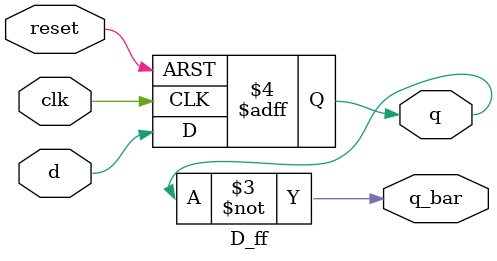
<source format=v>
module D_ff(q,q_bar,clk,reset,d);
input clk,reset,d;
output reg q;
output reg q_bar;
always @(posedge clk or posedge reset)
begin
if(reset)
begin
q<=1'b0;
end
else
begin
q<=d;
end
end
always @* q_bar = ~q;
endmodule
</source>
